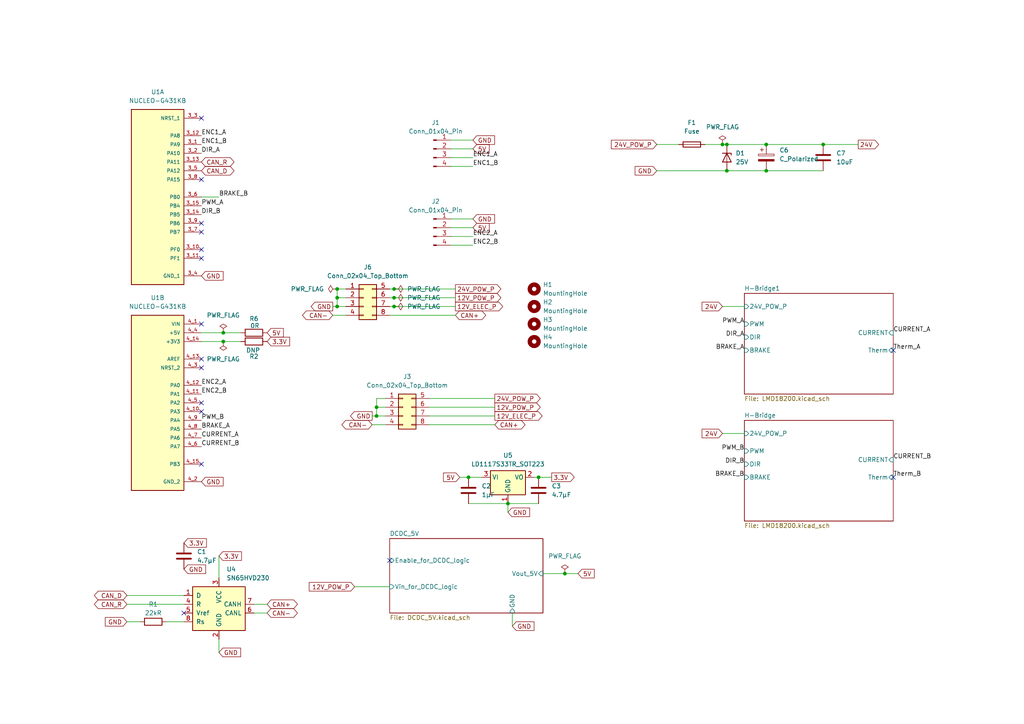
<source format=kicad_sch>
(kicad_sch (version 20231120) (generator "eeschema") (generator_version "8.0")
  (paper "A4")
  (lib_symbols
    (symbol "Connector:Conn_01x04_Pin" (pin_names (offset 1.016) hide)
      (property "Reference" "J" (at 0 5.08 0))
      (property "Value" "Conn_01x04_Pin" (at 0 -7.62 0))
      (symbol "Conn_01x04_Pin_1_1"
        (polyline (pts (xy 1.27 -5.08) (xy 0.8636 -5.08)) (stroke (width 0.1524)))
        (polyline (pts (xy 1.27 -2.54) (xy 0.8636 -2.54)) (stroke (width 0.1524)))
        (polyline (pts (xy 1.27 0) (xy 0.8636 0)) (stroke (width 0.1524)))
        (polyline (pts (xy 1.27 2.54) (xy 0.8636 2.54)) (stroke (width 0.1524)))
        (rectangle (start 0.8636 -4.953) (end 0 -5.207) (stroke (width 0.1524)) (fill (type outline)))
        (rectangle (start 0.8636 -2.413) (end 0 -2.667) (stroke (width 0.1524)) (fill (type outline)))
        (rectangle (start 0.8636 0.127) (end 0 -0.127) (stroke (width 0.1524)) (fill (type outline)))
        (rectangle (start 0.8636 2.667) (end 0 2.413) (stroke (width 0.1524)) (fill (type outline)))
        (pin passive line (at 5.08 2.54 180) (length 3.81) (name "Pin_1") (number "1"))
        (pin passive line (at 5.08 0 180) (length 3.81) (name "Pin_2") (number "2"))
        (pin passive line (at 5.08 -2.54 180) (length 3.81) (name "Pin_3") (number "3"))
        (pin passive line (at 5.08 -5.08 180) (length 3.81) (name "Pin_4") (number "4"))
      )
    )
    (symbol "Connector_Generic:Conn_02x04_Top_Bottom" (pin_names (offset 1.016) hide)
      (property "Reference" "J" (at 1.27 5.08 0))
      (property "Value" "Conn_02x04_Top_Bottom" (at 1.27 -7.62 0))
      (symbol "Conn_02x04_Top_Bottom_1_1"
        (rectangle (start -1.27 -4.953) (end 0 -5.207) (stroke (width 0.1524)))
        (rectangle (start -1.27 -2.413) (end 0 -2.667) (stroke (width 0.1524)))
        (rectangle (start -1.27 0.127) (end 0 -0.127) (stroke (width 0.1524)))
        (rectangle (start -1.27 2.667) (end 0 2.413) (stroke (width 0.1524)))
        (rectangle (start -1.27 3.81) (end 3.81 -6.35) (stroke (width 0.254)) (fill (type background)))
        (rectangle (start 3.81 -4.953) (end 2.54 -5.207) (stroke (width 0.1524)))
        (rectangle (start 3.81 -2.413) (end 2.54 -2.667) (stroke (width 0.1524)))
        (rectangle (start 3.81 0.127) (end 2.54 -0.127) (stroke (width 0.1524)))
        (rectangle (start 3.81 2.667) (end 2.54 2.413) (stroke (width 0.1524)))
        (pin passive line (at -5.08 2.54 0) (length 3.81) (name "Pin_1") (number "1"))
        (pin passive line (at -5.08 0 0) (length 3.81) (name "Pin_2") (number "2"))
        (pin passive line (at -5.08 -2.54 0) (length 3.81) (name "Pin_3") (number "3"))
        (pin passive line (at -5.08 -5.08 0) (length 3.81) (name "Pin_4") (number "4"))
        (pin passive line (at 7.62 2.54 180) (length 3.81) (name "Pin_5") (number "5"))
        (pin passive line (at 7.62 0 180) (length 3.81) (name "Pin_6") (number "6"))
        (pin passive line (at 7.62 -2.54 180) (length 3.81) (name "Pin_7") (number "7"))
        (pin passive line (at 7.62 -5.08 180) (length 3.81) (name "Pin_8") (number "8"))
      )
    )
    (symbol "Device:C" (pin_numbers hide) (pin_names (offset 0.254))
      (property "Reference" "C" (at 0.635 2.54 0))
      (property "Value" "C" (at 0.635 -2.54 0))
      (symbol "C_0_1"
        (polyline (pts (xy -2.032 -0.762) (xy 2.032 -0.762)) (stroke (width 0.508)))
        (polyline (pts (xy -2.032 0.762) (xy 2.032 0.762)) (stroke (width 0.508)))
      )
      (symbol "C_1_1"
        (pin passive line (at 0 3.81 270) (length 2.794) (name "~") (number "1"))
        (pin passive line (at 0 -3.81 90) (length 2.794) (name "~") (number "2"))
      )
    )
    (symbol "Device:C_Polarized" (pin_numbers hide) (pin_names (offset 0.254))
      (property "Reference" "C" (at 0.635 2.54 0))
      (property "Value" "C_Polarized" (at 0.635 -2.54 0))
      (symbol "C_Polarized_0_1"
        (rectangle (start -2.286 0.508) (end 2.286 1.016))
        (polyline (pts (xy -1.778 2.286) (xy -0.762 2.286)))
        (polyline (pts (xy -1.27 2.794) (xy -1.27 1.778)))
        (rectangle (start 2.286 -0.508) (end -2.286 -1.016) (fill (type outline)))
      )
      (symbol "C_Polarized_1_1"
        (pin passive line (at 0 3.81 270) (length 2.794) (name "~") (number "1"))
        (pin passive line (at 0 -3.81 90) (length 2.794) (name "~") (number "2"))
      )
    )
    (symbol "Device:D_Zener" (pin_numbers hide) (pin_names (offset 1.016) hide)
      (property "Reference" "D" (at 0 2.54 0))
      (property "Value" "D_Zener" (at 0 -2.54 0))
      (symbol "D_Zener_0_1"
        (polyline (pts (xy 1.27 0) (xy -1.27 0)))
        (polyline (pts (xy -1.27 -1.27) (xy -1.27 1.27) (xy -0.762 1.27)) (stroke (width 0.254)))
        (polyline (pts (xy 1.27 -1.27) (xy 1.27 1.27) (xy -1.27 0) (xy 1.27 -1.27)) (stroke (width 0.254)))
      )
      (symbol "D_Zener_1_1"
        (pin passive line (at -3.81 0 0) (length 2.54) (name "K") (number "1"))
        (pin passive line (at 3.81 0 180) (length 2.54) (name "A") (number "2"))
      )
    )
    (symbol "Device:Fuse" (pin_numbers hide) (pin_names (offset 0))
      (property "Reference" "F" (at 2.032 0 90))
      (property "Value" "Fuse" (at -1.905 0 90))
      (symbol "Fuse_0_1"
        (rectangle (start -0.762 -2.54) (end 0.762 2.54) (stroke (width 0.254)))
        (polyline (pts (xy 0 2.54) (xy 0 -2.54)))
      )
      (symbol "Fuse_1_1"
        (pin passive line (at 0 3.81 270) (length 1.27) (name "~") (number "1"))
        (pin passive line (at 0 -3.81 90) (length 1.27) (name "~") (number "2"))
      )
    )
    (symbol "Device:R" (pin_numbers hide) (pin_names (offset 0))
      (property "Reference" "R" (at 2.032 0 90))
      (property "Value" "R" (at 0 0 90))
      (symbol "R_0_1"
        (rectangle (start -1.016 -2.54) (end 1.016 2.54) (stroke (width 0.254)))
      )
      (symbol "R_1_1"
        (pin passive line (at 0 3.81 270) (length 1.27) (name "~") (number "1"))
        (pin passive line (at 0 -3.81 90) (length 1.27) (name "~") (number "2"))
      )
    )
    (symbol "Interface_CAN_LIN:SN65HVD230" (pin_names (offset 1.016))
      (property "Reference" "U" (at -2.54 10.16 0))
      (property "Value" "SN65HVD230" (at -2.54 7.62 0))
      (symbol "SN65HVD230_0_1"
        (rectangle (start -7.62 5.08) (end 7.62 -7.62) (stroke (width 0.254)) (fill (type background)))
      )
      (symbol "SN65HVD230_1_1"
        (pin input line (at -10.16 2.54 0) (length 2.54) (name "D") (number "1"))
        (pin power_in line (at 0 -10.16 90) (length 2.54) (name "GND") (number "2"))
        (pin power_in line (at 0 7.62 270) (length 2.54) (name "VCC") (number "3"))
        (pin output line (at -10.16 0 0) (length 2.54) (name "R") (number "4"))
        (pin output line (at -10.16 -2.54 0) (length 2.54) (name "Vref") (number "5"))
        (pin bidirectional line (at 10.16 -2.54 180) (length 2.54) (name "CANL") (number "6"))
        (pin bidirectional line (at 10.16 0 180) (length 2.54) (name "CANH") (number "7"))
        (pin input line (at -10.16 -5.08 0) (length 2.54) (name "Rs") (number "8"))
      )
    )
    (symbol "Mechanical:MountingHole" (pin_names (offset 1.016)) (exclude_from_sim yes) (in_bom no)
      (property "Reference" "H" (at 0 5.08 0))
      (property "Value" "MountingHole" (at 0 3.175 0))
      (symbol "MountingHole_0_1"
        (circle (center 0 0) (radius 1.27) (stroke (width 1.27)))
      )
    )
    (symbol "NUCLEO-G431KB:NUCLEO-G431KB" (pin_names (offset 1.016))
      (property "Reference" "U" (at -7.6292 25.9456 0))
      (property "Value" "NUCLEO-G431KB" (at -7.6233 -27.7005 0))
      (symbol "NUCLEO-G431KB_1_0"
        (rectangle (start -7.62 -25.4) (end 7.62 25.4) (stroke (width 0.254)) (fill (type background)))
        (pin bidirectional line (at 12.7 15.24 180) (length 5.08) (name "PA9") (number "3_1"))
        (pin bidirectional line (at 12.7 -15.24 180) (length 5.08) (name "PF0") (number "3_10"))
        (pin bidirectional line (at 12.7 -17.78 180) (length 5.08) (name "PF1") (number "3_11"))
        (pin bidirectional line (at 12.7 17.78 180) (length 5.08) (name "PA8") (number "3_12"))
        (pin bidirectional line (at 12.7 10.16 180) (length 5.08) (name "PA11") (number "3_13"))
        (pin bidirectional line (at 12.7 -5.08 180) (length 5.08) (name "PB5") (number "3_14"))
        (pin bidirectional line (at 12.7 -2.54 180) (length 5.08) (name "PB4") (number "3_15"))
        (pin bidirectional line (at 12.7 12.7 180) (length 5.08) (name "PA10") (number "3_2"))
        (pin bidirectional line (at 12.7 22.86 180) (length 5.08) (name "NRST_1") (number "3_3"))
        (pin power_in line (at 12.7 -22.86 180) (length 5.08) (name "GND_1") (number "3_4"))
        (pin bidirectional line (at 12.7 7.62 180) (length 5.08) (name "PA12") (number "3_5"))
        (pin bidirectional line (at 12.7 0 180) (length 5.08) (name "PB0") (number "3_6"))
        (pin bidirectional line (at 12.7 -10.16 180) (length 5.08) (name "PB7") (number "3_7"))
        (pin bidirectional line (at 12.7 5.08 180) (length 5.08) (name "PA15") (number "3_8"))
        (pin bidirectional line (at 12.7 -7.62 180) (length 5.08) (name "PB6") (number "3_9"))
      )
      (symbol "NUCLEO-G431KB_2_0"
        (rectangle (start -7.62 -25.4) (end 7.62 25.4) (stroke (width 0.254)) (fill (type background)))
        (pin power_in line (at 12.7 22.86 180) (length 5.08) (name "VIN") (number "4_1"))
        (pin bidirectional line (at 12.7 -2.54 180) (length 5.08) (name "PA3") (number "4_10"))
        (pin bidirectional line (at 12.7 2.54 180) (length 5.08) (name "PA1") (number "4_11"))
        (pin bidirectional line (at 12.7 5.08 180) (length 5.08) (name "PA0") (number "4_12"))
        (pin bidirectional line (at 12.7 12.7 180) (length 5.08) (name "AREF") (number "4_13"))
        (pin power_in line (at 12.7 17.78 180) (length 5.08) (name "+3V3") (number "4_14"))
        (pin bidirectional line (at 12.7 -17.78 180) (length 5.08) (name "PB3") (number "4_15"))
        (pin power_in line (at 12.7 -22.86 180) (length 5.08) (name "GND_2") (number "4_2"))
        (pin bidirectional line (at 12.7 10.16 180) (length 5.08) (name "NRST_2") (number "4_3"))
        (pin power_in line (at 12.7 20.32 180) (length 5.08) (name "+5V") (number "4_4"))
        (pin bidirectional line (at 12.7 0 180) (length 5.08) (name "PA2") (number "4_5"))
        (pin bidirectional line (at 12.7 -12.7 180) (length 5.08) (name "PA7") (number "4_6"))
        (pin bidirectional line (at 12.7 -10.16 180) (length 5.08) (name "PA6") (number "4_7"))
        (pin bidirectional line (at 12.7 -7.62 180) (length 5.08) (name "PA5") (number "4_8"))
        (pin bidirectional line (at 12.7 -5.08 180) (length 5.08) (name "PA4") (number "4_9"))
      )
    )
    (symbol "Regulator_Linear:LD1117S33TR_SOT223"
      (property "Reference" "U" (at -3.81 3.175 0))
      (property "Value" "LD1117S33TR_SOT223" (at 0 3.175 0))
      (symbol "LD1117S33TR_SOT223_0_1"
        (rectangle (start -5.08 -5.08) (end 5.08 1.905) (stroke (width 0.254)) (fill (type background)))
      )
      (symbol "LD1117S33TR_SOT223_1_1"
        (pin power_in line (at 0 -7.62 90) (length 2.54) (name "GND") (number "1"))
        (pin power_out line (at 7.62 0 180) (length 2.54) (name "VO") (number "2"))
        (pin power_in line (at -7.62 0 0) (length 2.54) (name "VI") (number "3"))
      )
    )
    (symbol "power:PWR_FLAG" (power) (pin_numbers hide) (pin_names (offset 0) hide)
      (property "Value" "PWR_FLAG" (at 0 3.81 0))
      (symbol "PWR_FLAG_0_0"
        (pin power_out line (at 0 0 90) (length 0) (name "~") (number "1"))
      )
      (symbol "PWR_FLAG_0_1"
        (polyline (pts (xy 0 0) (xy 0 1.27) (xy -1.016 1.905) (xy 0 2.54) (xy 1.016 1.905) (xy 0 1.27)))
      )
    )
  )
  (junction (at 114.3 83.82))
  (junction (at 114.3 86.36))
  (junction (at 135.89 138.43))
  (junction (at 238.76 41.91))
  (junction (at 156.21 138.43))
  (junction (at 163.83 166.37))
  (junction (at 210.82 49.53))
  (junction (at 222.25 41.91))
  (junction (at 210.82 41.91))
  (junction (at 97.79 86.36))
  (junction (at 97.79 83.82))
  (junction (at 147.32 146.05))
  (junction (at 97.79 88.9))
  (junction (at 109.22 118.11))
  (junction (at 109.22 120.65))
  (junction (at 64.77 99.06))
  (junction (at 222.25 49.53))
  (junction (at 114.3 88.9))
  (junction (at 64.77 96.52))
  (junction (at 209.55 41.91))
  (no_connect (at 58.42 52.07))
  (no_connect (at 58.42 74.93))
  (no_connect (at 58.42 72.39))
  (no_connect (at 58.42 64.77))
  (no_connect (at 53.34 177.8))
  (no_connect (at 58.42 34.29))
  (no_connect (at 58.42 134.62))
  (no_connect (at 58.42 106.68))
  (no_connect (at 259.08 101.6))
  (no_connect (at 58.42 116.84))
  (no_connect (at 58.42 104.14))
  (no_connect (at 58.42 67.31))
  (no_connect (at 58.42 119.38))
  (no_connect (at 259.08 138.43))
  (no_connect (at 58.42 93.98))
  (no_connect (at 113.03 162.56))
  (wire (pts (xy 100.33 86.36) (xy 97.79 86.36)))
  (wire (pts (xy 111.76 118.11) (xy 109.22 118.11)))
  (wire (pts (xy 107.95 120.65) (xy 109.22 120.65)))
  (wire (pts (xy 209.55 125.73) (xy 215.9 125.73)))
  (wire (pts (xy 109.22 115.57) (xy 111.76 115.57)))
  (wire (pts (xy 124.46 120.65) (xy 143.51 120.65)))
  (wire (pts (xy 107.95 123.19) (xy 111.76 123.19)))
  (wire (pts (xy 36.83 172.72) (xy 53.34 172.72)))
  (wire (pts (xy 204.47 41.91) (xy 209.55 41.91)))
  (wire (pts (xy 147.32 146.05) (xy 156.21 146.05)))
  (wire (pts (xy 64.77 99.06) (xy 58.42 99.06)))
  (wire (pts (xy 77.47 175.26) (xy 73.66 175.26)))
  (wire (pts (xy 97.79 83.82) (xy 100.33 83.82)))
  (wire (pts (xy 209.55 88.9) (xy 215.9 88.9)))
  (wire (pts (xy 156.21 138.43) (xy 160.02 138.43)))
  (wire (pts (xy 130.81 45.72) (xy 137.16 45.72)))
  (wire (pts (xy 64.77 96.52) (xy 69.85 96.52)))
  (wire (pts (xy 130.81 66.04) (xy 137.16 66.04)))
  (wire (pts (xy 113.03 88.9) (xy 114.3 88.9)))
  (wire (pts (xy 210.82 49.53) (xy 222.25 49.53)))
  (wire (pts (xy 238.76 41.91) (xy 248.92 41.91)))
  (wire (pts (xy 96.52 88.9) (xy 97.79 88.9)))
  (wire (pts (xy 109.22 118.11) (xy 109.22 120.65)))
  (wire (pts (xy 36.83 180.34) (xy 40.64 180.34)))
  (wire (pts (xy 209.55 41.91) (xy 210.82 41.91)))
  (wire (pts (xy 69.85 99.06) (xy 64.77 99.06)))
  (wire (pts (xy 114.3 83.82) (xy 132.08 83.82)))
  (wire (pts (xy 113.03 86.36) (xy 114.3 86.36)))
  (wire (pts (xy 133.35 138.43) (xy 135.89 138.43)))
  (wire (pts (xy 97.79 88.9) (xy 100.33 88.9)))
  (wire (pts (xy 48.26 180.34) (xy 53.34 180.34)))
  (wire (pts (xy 77.47 177.8) (xy 73.66 177.8)))
  (wire (pts (xy 97.79 86.36) (xy 97.79 88.9)))
  (wire (pts (xy 130.81 68.58) (xy 137.16 68.58)))
  (wire (pts (xy 163.83 166.37) (xy 167.64 166.37)))
  (wire (pts (xy 222.25 41.91) (xy 238.76 41.91)))
  (wire (pts (xy 210.82 41.91) (xy 222.25 41.91)))
  (wire (pts (xy 124.46 123.19) (xy 143.51 123.19)))
  (wire (pts (xy 135.89 146.05) (xy 147.32 146.05)))
  (wire (pts (xy 36.83 175.26) (xy 53.34 175.26)))
  (wire (pts (xy 190.5 41.91) (xy 196.85 41.91)))
  (wire (pts (xy 113.03 91.44) (xy 132.08 91.44)))
  (wire (pts (xy 130.81 63.5) (xy 137.16 63.5)))
  (wire (pts (xy 130.81 40.64) (xy 137.16 40.64)))
  (wire (pts (xy 157.48 166.37) (xy 163.83 166.37)))
  (wire (pts (xy 130.81 71.12) (xy 137.16 71.12)))
  (wire (pts (xy 114.3 88.9) (xy 132.08 88.9)))
  (wire (pts (xy 154.94 138.43) (xy 156.21 138.43)))
  (wire (pts (xy 58.42 57.15) (xy 63.5 57.15)))
  (wire (pts (xy 135.89 138.43) (xy 139.7 138.43)))
  (wire (pts (xy 222.25 49.53) (xy 238.76 49.53)))
  (wire (pts (xy 148.59 177.8) (xy 148.59 181.61)))
  (wire (pts (xy 113.03 83.82) (xy 114.3 83.82)))
  (wire (pts (xy 63.5 161.29) (xy 63.5 167.64)))
  (wire (pts (xy 190.5 49.53) (xy 210.82 49.53)))
  (wire (pts (xy 58.42 96.52) (xy 64.77 96.52)))
  (wire (pts (xy 63.5 189.23) (xy 63.5 185.42)))
  (wire (pts (xy 109.22 120.65) (xy 111.76 120.65)))
  (wire (pts (xy 130.81 43.18) (xy 137.16 43.18)))
  (wire (pts (xy 130.81 48.26) (xy 137.16 48.26)))
  (wire (pts (xy 109.22 115.57) (xy 109.22 118.11)))
  (wire (pts (xy 114.3 86.36) (xy 132.08 86.36)))
  (wire (pts (xy 102.87 170.18) (xy 113.03 170.18)))
  (wire (pts (xy 124.46 115.57) (xy 143.51 115.57)))
  (wire (pts (xy 96.52 91.44) (xy 100.33 91.44)))
  (wire (pts (xy 147.32 146.05) (xy 147.32 148.59)))
  (wire (pts (xy 97.79 83.82) (xy 97.79 86.36)))
  (wire (pts (xy 124.46 118.11) (xy 143.51 118.11)))
  (label "BRAKE_A" (at 215.9 101.6 180))
  (label "CURRENT_B" (at 259.08 133.35 0))
  (label "DIR_A" (at 215.9 97.79 180))
  (label "Therm_B" (at 259.08 138.43 0))
  (label "BRAKE_B" (at 63.5 57.15 0))
  (label "PWM_A" (at 215.9 93.98 180))
  (label "BRAKE_A" (at 58.42 124.46 0))
  (label "ENC2_A" (at 58.42 111.76 0))
  (label "ENC1_A" (at 137.16 45.72 0))
  (label "ENC1_B" (at 58.42 41.91 0))
  (label "ENC1_A" (at 58.42 39.37 0))
  (label "ENC2_B" (at 137.16 71.12 0))
  (label "PWM_B" (at 215.9 130.81 180))
  (label "PWM_B" (at 58.42 121.92 0))
  (label "ENC2_B" (at 58.42 114.3 0))
  (label "BRAKE_B" (at 215.9 138.43 180))
  (label "PWM_A" (at 58.42 59.69 0))
  (label "DIR_B" (at 215.9 134.62 180))
  (label "DIR_B" (at 58.42 62.23 0))
  (label "CURRENT_A" (at 259.08 96.52 0))
  (label "CURRENT_B" (at 58.42 129.54 0))
  (label "DIR_A" (at 58.42 44.45 0))
  (label "ENC1_B" (at 137.16 48.26 0))
  (label "Therm_A" (at 259.08 101.6 0))
  (label "CURRENT_A" (at 58.42 127 0))
  (label "ENC2_A" (at 137.16 68.58 0))
  (global_label "GND" (shape input) (at 137.16 40.64 0) (property "Intersheetrefs" "${INTERSHEET_REFS}" (effects (hide yes))))
  (global_label "5V" (shape input) (at 137.16 66.04 0) (property "Intersheetrefs" "${INTERSHEET_REFS}" (effects (hide yes))))
  (global_label "CAN-" (shape bidirectional) (at 107.95 123.19 180) (property "Intersheetrefs" "${INTERSHEET_REFS}" (effects (hide yes))))
  (global_label "5V" (shape input) (at 77.47 96.52 0) (property "Intersheetrefs" "${INTERSHEET_REFS}" (effects (hide yes))))
  (global_label "GND" (shape input) (at 190.5 49.53 180) (property "Intersheetrefs" "${INTERSHEET_REFS}" (effects (hide yes))))
  (global_label "24V" (shape output) (at 248.92 41.91 0) (property "Intersheetrefs" "${INTERSHEET_REFS}" (effects (hide yes))))
  (global_label "24V_POW_P" (shape output) (at 132.08 83.82 0) (property "Intersheetrefs" "${INTERSHEET_REFS}" (effects (hide yes))))
  (global_label "CAN+" (shape bidirectional) (at 77.47 175.26 0) (property "Intersheetrefs" "${INTERSHEET_REFS}" (effects (hide yes))))
  (global_label "GND" (shape input) (at 36.83 180.34 180) (property "Intersheetrefs" "${INTERSHEET_REFS}" (effects (hide yes))))
  (global_label "24V_POW_P" (shape output) (at 143.51 115.57 0) (property "Intersheetrefs" "${INTERSHEET_REFS}" (effects (hide yes))))
  (global_label "GND" (shape output) (at 107.95 120.65 180) (property "Intersheetrefs" "${INTERSHEET_REFS}" (effects (hide yes))))
  (global_label "CAN-" (shape bidirectional) (at 77.47 177.8 0) (property "Intersheetrefs" "${INTERSHEET_REFS}" (effects (hide yes))))
  (global_label "5V" (shape input) (at 137.16 43.18 0) (property "Intersheetrefs" "${INTERSHEET_REFS}" (effects (hide yes))))
  (global_label "24V" (shape input) (at 209.55 88.9 180) (property "Intersheetrefs" "${INTERSHEET_REFS}" (effects (hide yes))))
  (global_label "5V" (shape input) (at 167.64 166.37 0) (property "Intersheetrefs" "${INTERSHEET_REFS}" (effects (hide yes))))
  (global_label "3.3V" (shape output) (at 160.02 138.43 0) (property "Intersheetrefs" "${INTERSHEET_REFS}" (effects (hide yes))))
  (global_label "CAN_R" (shape bidirectional) (at 36.83 175.26 180) (property "Intersheetrefs" "${INTERSHEET_REFS}" (effects (hide yes))))
  (global_label "CAN+" (shape bidirectional) (at 143.51 123.19 0) (property "Intersheetrefs" "${INTERSHEET_REFS}" (effects (hide yes))))
  (global_label "5V" (shape input) (at 133.35 138.43 180) (property "Intersheetrefs" "${INTERSHEET_REFS}" (effects (hide yes))))
  (global_label "CAN_D" (shape bidirectional) (at 36.83 172.72 180) (property "Intersheetrefs" "${INTERSHEET_REFS}" (effects (hide yes))))
  (global_label "GND" (shape input) (at 58.42 80.01 0) (property "Intersheetrefs" "${INTERSHEET_REFS}" (effects (hide yes))))
  (global_label "12V_POW_P" (shape output) (at 132.08 86.36 0) (property "Intersheetrefs" "${INTERSHEET_REFS}" (effects (hide yes))))
  (global_label "CAN+" (shape bidirectional) (at 132.08 91.44 0) (property "Intersheetrefs" "${INTERSHEET_REFS}" (effects (hide yes))))
  (global_label "CAN-" (shape bidirectional) (at 96.52 91.44 180) (property "Intersheetrefs" "${INTERSHEET_REFS}" (effects (hide yes))))
  (global_label "12V_POW_P" (shape output) (at 143.51 118.11 0) (property "Intersheetrefs" "${INTERSHEET_REFS}" (effects (hide yes))))
  (global_label "GND" (shape input) (at 137.16 63.5 0) (property "Intersheetrefs" "${INTERSHEET_REFS}" (effects (hide yes))))
  (global_label "3.3V" (shape input) (at 77.47 99.06 0) (property "Intersheetrefs" "${INTERSHEET_REFS}" (effects (hide yes))))
  (global_label "GND" (shape input) (at 53.34 165.1 0) (property "Intersheetrefs" "${INTERSHEET_REFS}" (effects (hide yes))))
  (global_label "GND" (shape input) (at 58.42 139.7 0) (property "Intersheetrefs" "${INTERSHEET_REFS}" (effects (hide yes))))
  (global_label "12V_ELEC_P" (shape output) (at 132.08 88.9 0) (property "Intersheetrefs" "${INTERSHEET_REFS}" (effects (hide yes))))
  (global_label "12V_POW_P" (shape input) (at 102.87 170.18 180) (property "Intersheetrefs" "${INTERSHEET_REFS}" (effects (hide yes))))
  (global_label "CAN_D" (shape bidirectional) (at 58.42 49.53 0) (property "Intersheetrefs" "${INTERSHEET_REFS}" (effects (hide yes))))
  (global_label "3.3V" (shape input) (at 53.34 157.48 0) (property "Intersheetrefs" "${INTERSHEET_REFS}" (effects (hide yes))))
  (global_label "GND" (shape output) (at 96.52 88.9 180) (property "Intersheetrefs" "${INTERSHEET_REFS}" (effects (hide yes))))
  (global_label "3.3V" (shape input) (at 63.5 161.29 0) (property "Intersheetrefs" "${INTERSHEET_REFS}" (effects (hide yes))))
  (global_label "24V" (shape input) (at 209.55 125.73 180) (property "Intersheetrefs" "${INTERSHEET_REFS}" (effects (hide yes))))
  (global_label "GND" (shape input) (at 63.5 189.23 0) (property "Intersheetrefs" "${INTERSHEET_REFS}" (effects (hide yes))))
  (global_label "12V_ELEC_P" (shape output) (at 143.51 120.65 0) (property "Intersheetrefs" "${INTERSHEET_REFS}" (effects (hide yes))))
  (global_label "GND" (shape input) (at 148.59 181.61 0) (property "Intersheetrefs" "${INTERSHEET_REFS}" (effects (hide yes))))
  (global_label "GND" (shape input) (at 147.32 148.59 0) (property "Intersheetrefs" "${INTERSHEET_REFS}" (effects (hide yes))))
  (global_label "24V_POW_P" (shape input) (at 190.5 41.91 180) (property "Intersheetrefs" "${INTERSHEET_REFS}" (effects (hide yes))))
  (global_label "CAN_R" (shape bidirectional) (at 58.42 46.99 0) (property "Intersheetrefs" "${INTERSHEET_REFS}" (effects (hide yes))))
  (symbol (lib_id "power:PWR_FLAG") (at 209.55 41.91 0) (unit 1)
    (property "Reference" "#FLG01" (effects (hide yes)))
    (property "Value" "PWR_FLAG" (at 209.55 36.83 0))
    (property "Description" "Special symbol for telling ERC where power comes from" (effects (hide yes)))
  )
  (symbol (lib_id "Device:R") (at 44.45 180.34 90) (unit 1)
    (property "Reference" "R1" (at 44.45 175.26 90))
    (property "Value" "22kR" (at 44.45 177.8 90))
    (property "Footprint" "Resistor_SMD:R_0603_1608Metric" (effects (hide yes)))
    (property "Description" "Resistor between 10k and 100k for activating slope control" (effects (hide yes)))
    (property "LCSC#" "C2907128" (effects (hide yes)))
  )
  (symbol (lib_id "Device:C_Polarized") (at 222.25 45.72 0) (unit 1)
    (property "Reference" "C6" (at 226.06 43.5609 0) (effects (justify left)))
    (property "Value" "C_Polarized" (at 226.06 46.1009 0) (effects (justify left)))
    (property "Footprint" "Capacitor_THT:CP_Radial_D10.0mm_P5.00mm" (effects (hide yes)))
    (property "LCSC#" "C398835" (effects (hide yes)))
  )
  (symbol (lib_id "power:PWR_FLAG") (at 97.79 83.82 90) (unit 1)
    (property "Reference" "#FLG012" (effects (hide yes)))
    (property "Value" "PWR_FLAG" (at 93.98 83.8199 90) (effects (justify left)))
    (property "Description" "Special symbol for telling ERC where power comes from" (effects (hide yes)))
  )
  (symbol (lib_id "Connector_Generic:Conn_02x04_Top_Bottom") (at 105.41 86.36 0) (unit 1)
    (property "Reference" "J6" (at 106.68 77.47 0))
    (property "Value" "Conn_02x04_Top_Bottom" (at 106.68 80.01 0))
    (property "Footprint" "Connector_Molex:Molex_Micro-Fit_3.0_43045-0812_2x04_P3.00mm_Vertical" (effects (hide yes)))
    (property "LCSC#" "C277661" (effects (hide yes)))
  )
  (symbol (lib_id "Device:D_Zener") (at 210.82 45.72 270) (unit 1)
    (property "Reference" "D1" (at 213.36 44.4499 90) (effects (justify left)))
    (property "Value" "25V" (at 213.36 46.9899 90) (effects (justify left)))
    (property "Footprint" "Capacitor_SMD:C_0805_2012Metric" (effects (hide yes)))
    (property "LCSC#" "C118721" (effects (hide yes)))
  )
  (symbol (lib_id "Regulator_Linear:LD1117S33TR_SOT223") (at 147.32 138.43 0) (unit 1)
    (property "Reference" "U5" (at 147.32 132.08 0))
    (property "Value" "LD1117S33TR_SOT223" (at 147.32 134.62 0))
    (property "Footprint" "Package_TO_SOT_SMD:SOT-223-3_TabPin2" (effects (hide yes)))
    (property "Datasheet" "http://www.st.com/st-web-ui/static/active/en/resource/technical/document/datasheet/CD00000544.pdf" (effects (hide yes)))
    (property "Description" "800mA Fixed Low Drop Positive Voltage Regulator, Fixed Output 3.3V, SOT-223" (effects (hide yes)))
    (property "LCSC#" "C20538890" (effects (hide yes)))
  )
  (symbol (lib_id "Device:C") (at 53.34 161.29 0) (unit 1)
    (property "Reference" "C1" (at 57.15 160.0199 0) (effects (justify left)))
    (property "Value" "4.7µF" (at 57.15 162.5599 0) (effects (justify left)))
    (property "Footprint" "Capacitor_SMD:C_1206_3216Metric" (effects (hide yes)))
    (property "Description" "Unpolarized capacitor" (effects (hide yes)))
    (property "LCSC#" "C29823" (effects (hide yes)))
  )
  (symbol (lib_id "Device:Fuse") (at 200.66 41.91 270) (unit 1)
    (property "Reference" "F1" (at 200.66 35.56 90))
    (property "Value" "Fuse" (at 200.66 38.1 90))
    (property "Footprint" "Fuse:Fuse_Littelfuse-NANO2-451_453" (effects (hide yes)))
    (property "LCSC#" "C27515" (effects (hide yes)))
  )
  (symbol (lib_id "Connector:Conn_01x04_Pin") (at 125.73 66.04 0) (unit 1)
    (property "Reference" "J2" (at 126.365 58.42 0))
    (property "Value" "Conn_01x04_Pin" (at 126.365 60.96 0))
    (property "Footprint" "Connector_PinHeader_2.54mm:PinHeader_1x04_P2.54mm_Vertical" (effects (hide yes)))
    (property "Description" "Generic connector, single row, 01x04, script generated" (effects (hide yes)))
    (property "LCSC#" "C2691448" (effects (hide yes)))
  )
  (symbol (lib_id "Mechanical:MountingHole") (at 154.94 83.82 0) (unit 1) (exclude_from_sim yes) (in_bom no)
    (property "Reference" "H1" (at 157.48 82.5499 0) (effects (justify left)))
    (property "Value" "MountingHole" (at 157.48 85.0899 0) (effects (justify left)))
    (property "Footprint" "LibraryVictor:MountingHole_3.2mm_M3" (effects (hide yes)))
    (property "Description" "Mounting Hole without connection" (effects (hide yes)))
  )
  (symbol (lib_id "Device:C") (at 156.21 142.24 0) (unit 1)
    (property "Reference" "C3" (at 160.02 140.9699 0) (effects (justify left)))
    (property "Value" "4.7µF" (at 160.02 143.5099 0) (effects (justify left)))
    (property "Footprint" "Capacitor_SMD:C_1206_3216Metric" (effects (hide yes)))
    (property "Description" "Unpolarized capacitor" (effects (hide yes)))
    (property "LCSC#" "C29823" (effects (hide yes)))
  )
  (symbol (lib_id "power:PWR_FLAG") (at 163.83 166.37 0) (unit 1)
    (property "Reference" "#FLG07" (effects (hide yes)))
    (property "Value" "PWR_FLAG" (at 163.83 161.29 0))
    (property "Description" "Special symbol for telling ERC where power comes from" (effects (hide yes)))
  )
  (symbol (lib_id "Device:R") (at 73.66 96.52 270) (unit 1)
    (property "Reference" "R6" (at 73.66 92.456 90))
    (property "Value" "0R" (at 73.914 94.488 90))
    (property "Footprint" "Resistor_SMD:R_0603_1608Metric" (effects (hide yes)))
    (property "Description" "Resistor between 10k and 100k for activating slope control" (effects (hide yes)))
    (property "LCSC#" "C21189" (effects (hide yes)))
  )
  (symbol (lib_id "NUCLEO-G431KB:NUCLEO-G431KB") (at 45.72 116.84 0) (unit 2)
    (property "Reference" "U1" (at 45.72 86.36 0))
    (property "Value" "NUCLEO-G431KB" (at 45.72 88.9 0))
    (property "Footprint" "NucleoG431:MODULE_NUCLEO-G431KB" (effects (hide yes)))
  )
  (symbol (lib_id "Mechanical:MountingHole") (at 154.94 88.9 0) (unit 1) (exclude_from_sim yes) (in_bom no)
    (property "Reference" "H2" (at 157.48 87.6299 0) (effects (justify left)))
    (property "Value" "MountingHole" (at 157.48 90.1699 0) (effects (justify left)))
    (property "Footprint" "LibraryVictor:MountingHole_3.2mm_M3" (effects (hide yes)))
    (property "Description" "Mounting Hole without connection" (effects (hide yes)))
  )
  (symbol (lib_id "power:PWR_FLAG") (at 64.77 99.06 180) (unit 1)
    (property "Reference" "#FLG09" (effects (hide yes)))
    (property "Value" "PWR_FLAG" (at 64.77 104.14 0))
    (property "Description" "Special symbol for telling ERC where power comes from" (effects (hide yes)))
  )
  (symbol (lib_id "Connector_Generic:Conn_02x04_Top_Bottom") (at 116.84 118.11 0) (unit 1)
    (property "Reference" "J3" (at 118.11 109.22 0))
    (property "Value" "Conn_02x04_Top_Bottom" (at 118.11 111.76 0))
    (property "Footprint" "Connector_Molex:Molex_Micro-Fit_3.0_43045-0812_2x04_P3.00mm_Vertical" (effects (hide yes)))
    (property "LCSC#" "C277661" (effects (hide yes)))
  )
  (symbol (lib_id "power:PWR_FLAG") (at 114.3 83.82 270) (unit 1)
    (property "Reference" "#FLG013" (effects (hide yes)))
    (property "Value" "PWR_FLAG" (at 118.11 83.8199 90) (effects (justify left)))
    (property "Description" "Special symbol for telling ERC where power comes from" (effects (hide yes)))
  )
  (symbol (lib_id "Interface_CAN_LIN:SN65HVD230") (at 63.5 175.26 0) (unit 1)
    (property "Reference" "U4" (at 65.6941 165.1 0) (effects (justify left)))
    (property "Value" "SN65HVD230" (at 65.6941 167.64 0) (effects (justify left)))
    (property "Footprint" "Package_SO:SOIC-8_3.9x4.9mm_P1.27mm" (effects (hide yes)))
    (property "Datasheet" "http://www.ti.com/lit/ds/symlink/sn65hvd230.pdf" (effects (hide yes)))
    (property "Description" "CAN Bus Transceivers, 3.3V, 1Mbps, Low-Power capabilities, SOIC-8" (effects (hide yes)))
    (property "LCSC#" "C12084" (effects (hide yes)))
  )
  (symbol (lib_id "power:PWR_FLAG") (at 114.3 88.9 270) (unit 1)
    (property "Reference" "#FLG015" (effects (hide yes)))
    (property "Value" "PWR_FLAG" (at 118.11 88.8999 90) (effects (justify left)))
    (property "Description" "Special symbol for telling ERC where power comes from" (effects (hide yes)))
  )
  (symbol (lib_id "Device:R") (at 73.66 99.06 270) (unit 1)
    (property "Reference" "R2" (at 73.66 103.378 90))
    (property "Value" "DNP" (at 73.406 101.6 90))
    (property "Footprint" "Resistor_SMD:R_0603_1608Metric" (effects (hide yes)))
    (property "Description" "Resistor between 10k and 100k for activating slope control" (effects (hide yes)))
  )
  (symbol (lib_id "Device:C") (at 238.76 45.72 0) (unit 1)
    (property "Reference" "C7" (at 242.57 44.4499 0) (effects (justify left)))
    (property "Value" "10uF" (at 242.57 46.9899 0) (effects (justify left)))
    (property "Footprint" "Capacitor_SMD:C_0805_2012Metric" (effects (hide yes)))
    (property "LCSC#" "C1713" (effects (hide yes)))
  )
  (symbol (lib_id "Device:C") (at 135.89 142.24 0) (unit 1)
    (property "Reference" "C2" (at 139.7 140.9699 0) (effects (justify left)))
    (property "Value" "1µF" (at 139.7 143.5099 0) (effects (justify left)))
    (property "Footprint" "Capacitor_SMD:C_1206_3216Metric" (effects (hide yes)))
    (property "Description" "Unpolarized capacitor" (effects (hide yes)))
    (property "LCSC#" "C91151" (effects (hide yes)))
  )
  (symbol (lib_id "power:PWR_FLAG") (at 114.3 86.36 270) (unit 1)
    (property "Reference" "#FLG014" (effects (hide yes)))
    (property "Value" "PWR_FLAG" (at 118.11 86.3599 90) (effects (justify left)))
    (property "Description" "Special symbol for telling ERC where power comes from" (effects (hide yes)))
  )
  (symbol (lib_id "power:PWR_FLAG") (at 64.77 96.52 0) (unit 1)
    (property "Reference" "#FLG08" (effects (hide yes)))
    (property "Value" "PWR_FLAG" (at 64.77 91.44 0))
    (property "Description" "Special symbol for telling ERC where power comes from" (effects (hide yes)))
  )
  (symbol (lib_id "Mechanical:MountingHole") (at 154.94 99.06 0) (unit 1) (exclude_from_sim yes) (in_bom no)
    (property "Reference" "H4" (at 157.48 97.7899 0) (effects (justify left)))
    (property "Value" "MountingHole" (at 157.48 100.3299 0) (effects (justify left)))
    (property "Footprint" "LibraryVictor:MountingHole_3.2mm_M3" (effects (hide yes)))
    (property "Description" "Mounting Hole without connection" (effects (hide yes)))
  )
  (symbol (lib_id "NUCLEO-G431KB:NUCLEO-G431KB") (at 45.72 57.15 0) (unit 1)
    (property "Reference" "U1" (at 45.72 26.67 0))
    (property "Value" "NUCLEO-G431KB" (at 45.72 29.21 0))
    (property "Footprint" "NucleoG431:MODULE_NUCLEO-G431KB" (effects (hide yes)))
  )
  (symbol (lib_id "Mechanical:MountingHole") (at 154.94 93.98 0) (unit 1) (exclude_from_sim yes) (in_bom no)
    (property "Reference" "H3" (at 157.48 92.7099 0) (effects (justify left)))
    (property "Value" "MountingHole" (at 157.48 95.2499 0) (effects (justify left)))
    (property "Footprint" "LibraryVictor:MountingHole_3.2mm_M3" (effects (hide yes)))
    (property "Description" "Mounting Hole without connection" (effects (hide yes)))
  )
  (symbol (lib_id "Connector:Conn_01x04_Pin") (at 125.73 43.18 0) (unit 1)
    (property "Reference" "J1" (at 126.365 35.56 0))
    (property "Value" "Conn_01x04_Pin" (at 126.365 38.1 0))
    (property "Footprint" "Connector_PinHeader_2.54mm:PinHeader_1x04_P2.54mm_Vertical" (effects (hide yes)))
    (property "Description" "Generic connector, single row, 01x04, script generated" (effects (hide yes)))
    (property "LCSC#" "C2691448" (effects (hide yes)))
  )
  (sheet (at 113.03 156.21) (size 44.45 21.59) (stroke (width 0.1524))
    (property "Sheetname" "DCDC_5V" (at 113.03 155.4984 0) (effects (justify left bottom)))
    (property "Sheetfile" "DCDC_5V.kicad_sch" (at 113.03 178.3846 0) (effects (justify left top)))
    (pin "Vout_5V" input (at 157.48 166.37 0))
    (pin "GND" input (at 148.59 177.8 270))
    (pin "Enable_for_DCDC_logic" input (at 113.03 162.56 180))
    (pin "Vin_for_DCDC_logic" input (at 113.03 170.18 180))
  )
  (sheet (at 215.9 121.92) (size 43.18 29.21) (stroke (width 0.1524))
    (property "Sheetname" "H-Bridge" (at 215.9 121.2084 0) (effects (justify left bottom)))
    (property "Sheetfile" "LMD18200.kicad_sch" (at 215.9 151.7146 0) (effects (justify left top)))
    (pin "24V_POW_P" input (at 215.9 125.73 180))
    (pin "PWM" input (at 215.9 130.81 180))
    (pin "DIR" input (at 215.9 134.62 180))
    (pin "BRAKE" input (at 215.9 138.43 180))
    (pin "CURRENT" input (at 259.08 133.35 0))
    (pin "Therm" input (at 259.08 138.43 0))
  )
  (sheet (at 215.9 85.09) (size 43.18 29.21) (stroke (width 0.1524))
    (property "Sheetname" "H-Bridge1" (at 215.9 84.3784 0) (effects (justify left bottom)))
    (property "Sheetfile" "LMD18200.kicad_sch" (at 215.9 114.8846 0) (effects (justify left top)))
    (pin "24V_POW_P" input (at 215.9 88.9 180))
    (pin "PWM" input (at 215.9 93.98 180))
    (pin "DIR" input (at 215.9 97.79 180))
    (pin "BRAKE" input (at 215.9 101.6 180))
    (pin "CURRENT" input (at 259.08 96.52 0))
    (pin "Therm" input (at 259.08 101.6 0))
  )
)
</source>
